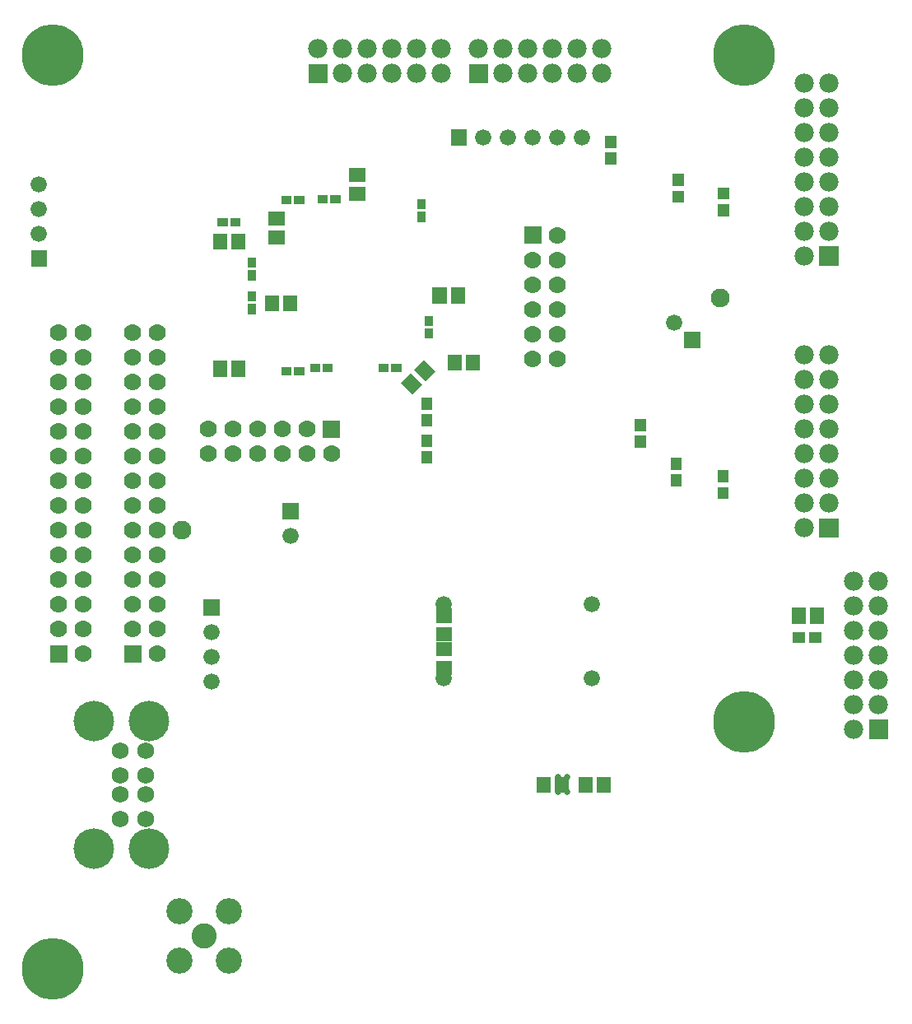
<source format=gbr>
G04 start of page 6 for group -4062 idx -4062 *
G04 Title: (unknown), soldermask *
G04 Creator: pcb 20091103 *
G04 CreationDate: Mon 12 Dec 2011 01:01:08 AM GMT UTC *
G04 For: haunma *
G04 Format: Gerber/RS-274X *
G04 PCB-Dimensions: 360000 400000 *
G04 PCB-Coordinate-Origin: lower left *
%MOIN*%
%FSLAX25Y25*%
%LNBACKMASK*%
%ADD11C,0.0200*%
%ADD15C,0.0700*%
%ADD42C,0.0250*%
%ADD47C,0.0680*%
%ADD79C,0.0660*%
%ADD81C,0.0780*%
%ADD86C,0.0760*%
%ADD87C,0.2500*%
%ADD88C,0.1640*%
%ADD89C,0.1020*%
%ADD90C,0.1060*%
%ADD91R,0.0572X0.0572*%
%ADD93R,0.0336X0.0336*%
%ADD95R,0.0454X0.0454*%
G54D11*G36*
X325500Y197400D02*Y189600D01*
X333300D01*
Y197400D01*
X325500D01*
G37*
G54D81*X319400Y193500D03*
X329400Y203500D03*
X319400D03*
X329400Y213500D03*
X319400D03*
X329400Y223500D03*
Y233500D03*
Y243500D03*
Y253500D03*
Y263500D03*
G54D11*G36*
X325500Y307500D02*Y299700D01*
X333300D01*
Y307500D01*
X325500D01*
G37*
G54D81*X319400Y223500D03*
Y233500D03*
Y243500D03*
Y253500D03*
Y263500D03*
G54D86*X285200Y286600D03*
G54D81*X319400Y303600D03*
X329400Y313600D03*
X319400D03*
Y323600D03*
Y333600D03*
X329400Y323600D03*
Y333600D03*
Y343600D03*
Y353600D03*
Y363600D03*
Y373600D03*
X319400Y343600D03*
Y353600D03*
Y363600D03*
Y373600D03*
G54D79*X233500Y162500D03*
Y132500D03*
G54D11*G36*
X345600Y115900D02*Y108100D01*
X353400D01*
Y115900D01*
X345600D01*
G37*
G54D81*X349500Y122000D03*
Y132000D03*
X339500Y112000D03*
Y122000D03*
Y132000D03*
Y142000D03*
Y152000D03*
Y162000D03*
X349500Y142000D03*
Y152000D03*
Y162000D03*
Y172000D03*
X339500D03*
G54D87*X295000Y115000D03*
G54D15*X17500Y192500D03*
Y202500D03*
Y212500D03*
X27500Y192500D03*
Y202500D03*
Y212500D03*
Y222500D03*
Y232500D03*
Y242500D03*
X17500Y162500D03*
X27500D03*
X17500Y172500D03*
X27500D03*
G54D11*G36*
X14000Y146000D02*Y139000D01*
X21000D01*
Y146000D01*
X14000D01*
G37*
G54D15*X27500Y142500D03*
X17500Y152500D03*
X27500D03*
X17500Y182500D03*
X27500D03*
G54D86*X67500Y192500D03*
G54D15*X27500Y262500D03*
Y272500D03*
X47500D03*
X17500Y222500D03*
Y232500D03*
Y242500D03*
Y252500D03*
X27500D03*
X47500D03*
X57500D03*
X17500Y262500D03*
Y272500D03*
X57500Y222500D03*
X47500Y232500D03*
X57500D03*
X47500Y242500D03*
X57500D03*
X47500Y262500D03*
X57500D03*
Y272500D03*
G54D11*G36*
X183600Y381400D02*Y373600D01*
X191400D01*
Y381400D01*
X183600D01*
G37*
G54D81*X187500Y387500D03*
X197500Y377500D03*
Y387500D03*
X207500D03*
X217500D03*
X227500D03*
X237500D03*
X207500Y377500D03*
X217500D03*
X227500D03*
X237500D03*
G54D87*X295000Y385000D03*
G54D11*G36*
X176200Y354800D02*Y348200D01*
X182800D01*
Y354800D01*
X176200D01*
G37*
G54D79*X189500Y351500D03*
X199500D03*
X209500D03*
X219500D03*
X229500D03*
G54D11*G36*
X108038Y203489D02*Y196889D01*
X114638D01*
Y203489D01*
X108038D01*
G37*
G54D79*X111338Y190189D03*
G54D15*X107900Y233500D03*
Y223500D03*
X97900Y233500D03*
X87900D03*
X97900Y223500D03*
X87900D03*
G54D11*G36*
X76038Y164489D02*Y157889D01*
X82638D01*
Y164489D01*
X76038D01*
G37*
G54D79*X79338Y151189D03*
Y141189D03*
Y131189D03*
G54D11*G36*
X44000Y146000D02*Y139000D01*
X51000D01*
Y146000D01*
X44000D01*
G37*
G54D15*X57500Y142500D03*
X47500Y152500D03*
X57500D03*
X47500Y162500D03*
Y172500D03*
Y182500D03*
X57500Y162500D03*
Y172500D03*
Y182500D03*
Y192500D03*
Y202500D03*
Y212500D03*
X47500Y192500D03*
Y202500D03*
Y212500D03*
Y222500D03*
G54D87*X15000Y385000D03*
G54D11*G36*
X118600Y381400D02*Y373600D01*
X126400D01*
Y381400D01*
X118600D01*
G37*
G54D81*X122500Y387500D03*
X132500Y377500D03*
Y387500D03*
X142500Y377500D03*
Y387500D03*
X152500Y377500D03*
Y387500D03*
X162500Y377500D03*
X172500D03*
X162500Y387500D03*
X172500D03*
G54D15*X77900Y233500D03*
Y223500D03*
G54D11*G36*
X6200Y305800D02*Y299200D01*
X12800D01*
Y305800D01*
X6200D01*
G37*
G54D79*X9500Y312500D03*
Y322500D03*
Y332500D03*
G54D11*G36*
X206000Y315500D02*Y308500D01*
X213000D01*
Y315500D01*
X206000D01*
G37*
G54D15*X219500Y312000D03*
X209500Y302000D03*
X219500D03*
X209500Y292000D03*
X219500D03*
X209500Y282000D03*
X219500D03*
X209500Y262000D03*
X219500D03*
G54D11*G36*
X270600Y272800D02*Y266200D01*
X277200D01*
Y272800D01*
X270600D01*
G37*
G54D79*X266828Y276571D03*
G54D15*X209500Y272000D03*
X219500D03*
G54D79*X173500Y162500D03*
Y132500D03*
G54D47*X42343Y93437D03*
G54D42*X219564Y92500D03*
X223500D03*
Y86596D03*
X219564D03*
X221532Y89548D03*
G54D11*G36*
X124400Y237000D02*Y230000D01*
X131400D01*
Y237000D01*
X124400D01*
G37*
G54D15*X127900Y223500D03*
X117900Y233500D03*
Y223500D03*
G54D47*X52657Y103280D03*
Y93437D03*
Y85563D03*
Y75720D03*
G54D88*X54035Y63634D03*
G54D47*X42343Y103280D03*
G54D88*X31673Y115366D03*
X54035D03*
G54D47*X42343Y85563D03*
Y75720D03*
G54D88*X31673Y63634D03*
G54D89*X76300Y28300D03*
G54D90*X66300Y38300D03*
Y18300D03*
X86300Y38300D03*
Y18300D03*
G54D87*X15000Y15000D03*
G54D95*X166500Y237351D02*Y236957D01*
Y229043D02*Y228649D01*
Y222351D02*Y221957D01*
Y244043D02*Y243649D01*
G54D91*X173107Y157940D02*X173893D01*
X173107Y150460D02*X173893D01*
X173107Y144340D02*X173893D01*
X173107Y136860D02*X173893D01*
X213760Y89893D02*Y89107D01*
X221240Y89893D02*Y89107D01*
X238240Y89893D02*Y89107D01*
X230760Y89893D02*Y89107D01*
G54D95*X316957Y149100D02*X317351D01*
G54D91*X317160Y158393D02*Y157607D01*
G54D95*X323649Y149100D02*X324043D01*
G54D91*X324640Y158393D02*Y157607D01*
X185240Y260893D02*Y260107D01*
X177760Y260893D02*Y260107D01*
G54D93*X167400Y277752D02*Y276965D01*
Y272635D02*Y271848D01*
G54D91*X171700Y288000D02*Y287214D01*
X179180Y288000D02*Y287214D01*
G54D95*X253000Y235243D02*Y234849D01*
Y228551D02*Y228157D01*
X267500Y212951D02*Y212557D01*
Y219643D02*Y219249D01*
X286500Y214543D02*Y214149D01*
Y207851D02*Y207457D01*
G54D91*X137907Y328860D02*X138693D01*
X137907Y336340D02*X138693D01*
G54D93*X129165Y326700D02*X129952D01*
X164300Y319835D02*Y319048D01*
Y324952D02*Y324165D01*
X124048Y326700D02*X124835D01*
G54D91*X105307Y311260D02*X106093D01*
X105307Y318740D02*X106093D01*
G54D93*X114465Y326300D02*X115252D01*
X109348D02*X110135D01*
G54D11*G36*
X165366Y261467D02*X169965Y256867D01*
X165922Y252824D01*
X161322Y257423D01*
X165366Y261467D01*
G37*
G36*
X160077Y256178D02*X164676Y251578D01*
X160633Y247535D01*
X156033Y252134D01*
X160077Y256178D01*
G37*
G54D93*X148648Y258300D02*X149435D01*
X153765D02*X154552D01*
G54D91*X82760Y258393D02*Y257607D01*
X90240Y258393D02*Y257607D01*
G54D93*X109348Y257000D02*X110135D01*
X114465D02*X115252D01*
X126065Y258200D02*X126852D01*
X120948D02*X121735D01*
G54D91*X90240Y309893D02*Y309107D01*
X82760Y309893D02*Y309107D01*
G54D93*X88565Y317163D02*X89352D01*
X83448D02*X84235D01*
G54D91*X111240Y284793D02*Y284007D01*
X103760Y284793D02*Y284007D01*
G54D93*X95800Y296235D02*Y295448D01*
Y301352D02*Y300565D01*
Y287652D02*Y286865D01*
Y282535D02*Y281748D01*
G54D95*X286600Y322451D02*Y322057D01*
Y329143D02*Y328749D01*
X268400Y334543D02*Y334149D01*
Y327851D02*Y327457D01*
X241000Y350043D02*Y349649D01*
Y343351D02*Y342957D01*
M02*

</source>
